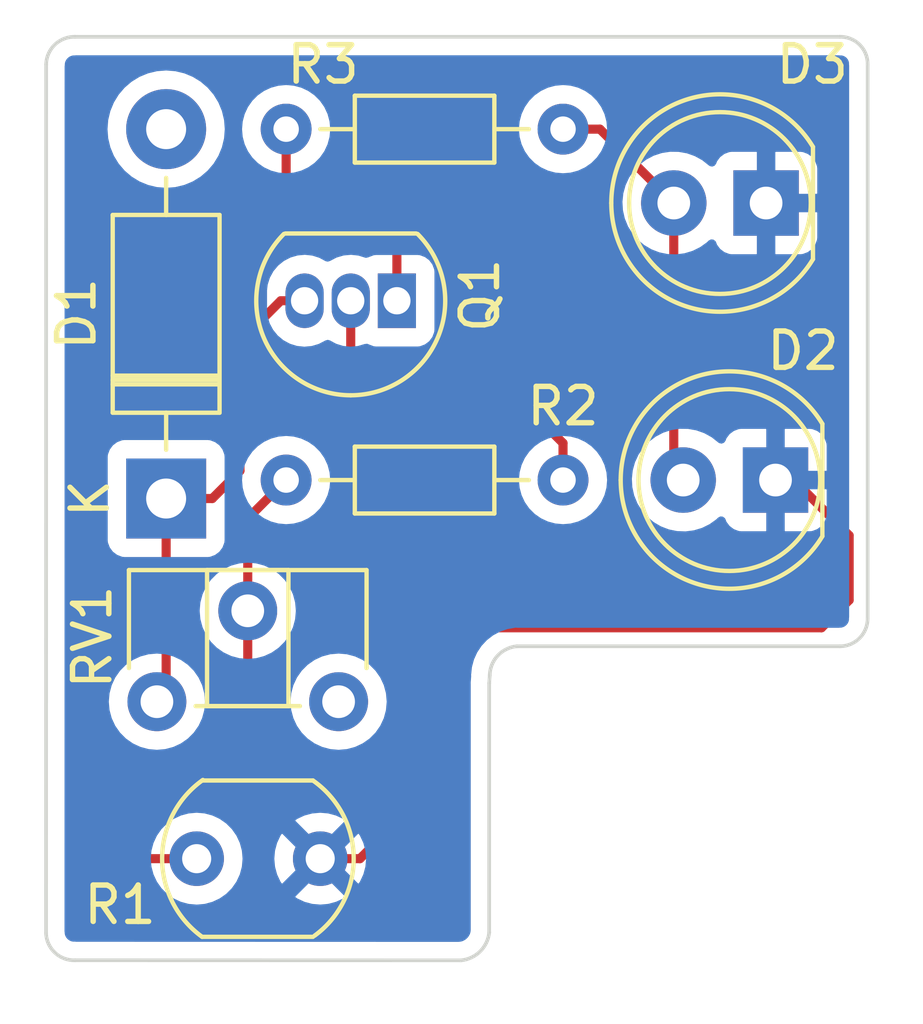
<source format=kicad_pcb>
(kicad_pcb (version 20211014) (generator pcbnew)
  (title_block (title "Automatic Night Light") (date "2022-01-10") (rev "1") (comment 1 "Akansha Nagar"))
  (layers (0 "F.Cu" signal) (31 "B.Cu" signal) (34 "B.Paste" user) (35 "F.Paste" user) (36 "B.SilkS" user "B.Silkscreen") (37 "F.SilkS" user "F.Silkscreen") (38 "B.Mask" user) (39 "F.Mask" user) (44 "Edge.Cuts" user))
  (net 0 "")
  (net 1 "Net-(Q1-Pad1)")
  (net 2 "Net-(R2-Pad1)")
  (net 3 "GND")
  (net 4 "+9V")
  (net 5 "Net-(D1-Pad1)")
  (net 6 "Net-(D2-Pad2)")
  (net 7 "Net-(Q1-Pad2)")
  (footprint "OptoDevice:R_LDR_5.1x4.3mm_P3.4mm_Vertical" (layer "F.Cu") (at 129.618 80.518)
    (fp_text reference "R1" (at -2.11 1.27) (layer "F.SilkS"))
    (fp_text value "1 M")
    (fp_line (start 0.15 2.15) (end 3.2 2.15) (layer "F.SilkS") (width 0.12))
    (fp_line (start 0.15 -2.15) (end 3.2 -2.15) (layer "F.SilkS") (width 0.12))
    (fp_arc (start 3.2 -2.15) (mid 4.321403 -0.027338) (end 3.244513 2.118249) (layer "F.SilkS") (width 0.12))
    (fp_arc (start 0.15 2.15) (mid -0.950438 -0.013368) (end 0.171766 -2.165525) (layer "F.SilkS") (width 0.12))
    (pad "1" thru_hole circle locked (at 0 0) (size 1.5 1.5) (drill 0.8) (layers *.Cu *.Mask) (net 2 "Net-(R2-Pad1)"))
    (pad "2" thru_hole circle locked (at 3.4 0) (size 1.5 1.5) (drill 0.8) (layers *.Cu *.Mask) (net 3 "GND"))
  )
  (footprint "LED_THT:LED_D5.0mm" (layer "F.Cu") (at 145.288 62.484 180)
    (fp_text reference "D3" (at -1.27 3.81) (layer "F.SilkS"))
    (fp_text value "LED")
    (fp_line (start -1.29 -1.545) (end -1.29 1.545) (layer "F.SilkS") (width 0.12))
    (fp_arc (start 4.26 -0.000462) (mid 2.072002 2.880433) (end -1.29 1.54483) (layer "F.SilkS") (width 0.12))
    (fp_arc (start -1.29 -1.54483) (mid 2.072002 -2.880433) (end 4.26 0.000462) (layer "F.SilkS") (width 0.12))
    (fp_circle (center 1.27 0) (end 3.77 0) (layer "F.SilkS") (width 0.12) (fill none))
    (pad "1" thru_hole rect locked (at 0 0 180) (size 1.8 1.8) (drill 0.9) (layers *.Cu *.Mask) (net 3 "GND"))
    (pad "2" thru_hole circle locked (at 2.54 0 180) (size 1.8 1.8) (drill 0.9) (layers *.Cu *.Mask) (net 6 "Net-(D2-Pad2)"))
  )
  (footprint "Package_TO_SOT_THT:TO-92_Inline" (layer "F.Cu") (at 135.128 65.172 180)
    (fp_text reference "Q1" (at -2.286 0.148 90) (layer "F.SilkS"))
    (fp_text value "2N3904")
    (fp_line (start -0.53 1.85) (end 3.07 1.85) (layer "F.SilkS") (width 0.12))
    (fp_arc (start -0.568478 1.838478) (mid -1.132087 -0.994977) (end 1.27 -2.6) (layer "F.SilkS") (width 0.12))
    (fp_arc (start 1.27 -2.6) (mid 3.672087 -0.994977) (end 3.108478 1.838478) (layer "F.SilkS") (width 0.12))
    (pad "1" thru_hole rect locked (at 0 0 180) (size 1.05 1.5) (drill 0.75) (layers *.Cu *.Mask) (net 1 "Net-(Q1-Pad1)"))
    (pad "2" thru_hole oval locked (at 1.27 0 180) (size 1.05 1.5) (drill 0.75) (layers *.Cu *.Mask) (net 7 "Net-(Q1-Pad2)"))
    (pad "3" thru_hole oval locked (at 2.54 0 180) (size 1.05 1.5) (drill 0.75) (layers *.Cu *.Mask) (net 5 "Net-(D1-Pad1)"))
  )
  (footprint "LED_THT:LED_D5.0mm" (layer "F.Cu") (at 145.547 70.104 180)
    (fp_text reference "D2" (at -0.757 3.556) (layer "F.SilkS"))
    (fp_text value "LED")
    (fp_line (start -1.29 -1.545) (end -1.29 1.545) (layer "F.SilkS") (width 0.12))
    (fp_arc (start 4.26 -0.000462) (mid 2.072002 2.880433) (end -1.29 1.54483) (layer "F.SilkS") (width 0.12))
    (fp_arc (start -1.29 -1.54483) (mid 2.072002 -2.880433) (end 4.26 0.000462) (layer "F.SilkS") (width 0.12))
    (fp_circle (center 1.27 0) (end 3.77 0) (layer "F.SilkS") (width 0.12) (fill none))
    (pad "1" thru_hole rect locked (at 0 0 180) (size 1.8 1.8) (drill 0.9) (layers *.Cu *.Mask) (net 3 "GND"))
    (pad "2" thru_hole circle locked (at 2.54 0 180) (size 1.8 1.8) (drill 0.9) (layers *.Cu *.Mask) (net 6 "Net-(D2-Pad2)"))
  )
  (footprint "Resistor_THT:R_Axial_DIN0204_L3.6mm_D1.6mm_P7.62mm_Horizontal" (layer "F.Cu") (at 132.08 70.104)
    (fp_text reference "R2" (at 7.62 -2.032) (layer "F.SilkS"))
    (fp_text value "22k")
    (fp_line (start 1.89 0.92) (end 5.73 0.92) (layer "F.SilkS") (width 0.12))
    (fp_line (start 6.68 0) (end 5.73 0) (layer "F.SilkS") (width 0.12))
    (fp_line (start 5.73 0.92) (end 5.73 -0.92) (layer "F.SilkS") (width 0.12))
    (fp_line (start 0.94 0) (end 1.89 0) (layer "F.SilkS") (width 0.12))
    (fp_line (start 1.89 -0.92) (end 1.89 0.92) (layer "F.SilkS") (width 0.12))
    (fp_line (start 5.73 -0.92) (end 1.89 -0.92) (layer "F.SilkS") (width 0.12))
    (pad "1" thru_hole circle locked (at 0 0) (size 1.4 1.4) (drill 0.7) (layers *.Cu *.Mask) (net 2 "Net-(R2-Pad1)"))
    (pad "2" thru_hole oval locked (at 7.62 0) (size 1.4 1.4) (drill 0.7) (layers *.Cu *.Mask) (net 7 "Net-(Q1-Pad2)"))
  )
  (footprint "Potentiometer_THT:Potentiometer_ACP_CA6-H2,5_Horizontal" (layer "F.Cu") (at 128.524 76.2 90)
    (fp_text reference "RV1" (at 1.778 -1.778 90) (layer "F.SilkS"))
    (fp_text value "100k")
    (fp_line (start -0.121 1.38) (end 3.62 1.38) (layer "F.SilkS") (width 0.12))
    (fp_line (start -0.121 1.066) (end -0.121 3.935) (layer "F.SilkS") (width 0.12))
    (fp_line (start -0.121 3.62) (end 3.62 3.62) (layer "F.SilkS") (width 0.12))
    (fp_line (start 3.62 1.38) (end 3.62 3.62) (layer "F.SilkS") (width 0.12))
    (fp_line (start 0.925 5.77) (end 3.62 5.77) (layer "F.SilkS") (width 0.12))
    (fp_line (start -0.121 1.38) (end -0.121 3.62) (layer "F.SilkS") (width 0.12))
    (fp_line (start 0.925 -0.77) (end 3.62 -0.77) (layer "F.SilkS") (width 0.12))
    (fp_line (start 3.62 -0.77) (end 3.62 5.77) (layer "F.SilkS") (width 0.12))
    (pad "1" thru_hole circle locked (at 0 0 90) (size 1.62 1.62) (drill 0.9) (layers *.Cu *.Mask) (net 5 "Net-(D1-Pad1)"))
    (pad "2" thru_hole circle locked (at 2.5 2.5 90) (size 1.62 1.62) (drill 0.9) (layers *.Cu *.Mask) (net 2 "Net-(R2-Pad1)"))
    (pad "3" thru_hole circle locked (at 0 5 90) (size 1.62 1.62) (drill 0.9) (layers *.Cu *.Mask))
  )
  (footprint "Resistor_THT:R_Axial_DIN0204_L3.6mm_D1.6mm_P7.62mm_Horizontal" (layer "F.Cu") (at 132.08 60.452)
    (fp_text reference "R3" (at 1.016 -1.778) (layer "F.SilkS"))
    (fp_text value "470")
    (fp_line (start 1.89 -0.92) (end 1.89 0.92) (layer "F.SilkS") (width 0.12))
    (fp_line (start 1.89 0.92) (end 5.73 0.92) (layer "F.SilkS") (width 0.12))
    (fp_line (start 5.73 -0.92) (end 1.89 -0.92) (layer "F.SilkS") (width 0.12))
    (fp_line (start 0.94 0) (end 1.89 0) (layer "F.SilkS") (width 0.12))
    (fp_line (start 6.68 0) (end 5.73 0) (layer "F.SilkS") (width 0.12))
    (fp_line (start 5.73 0.92) (end 5.73 -0.92) (layer "F.SilkS") (width 0.12))
    (pad "1" thru_hole circle locked (at 0 0) (size 1.4 1.4) (drill 0.7) (layers *.Cu *.Mask) (net 1 "Net-(Q1-Pad1)"))
    (pad "2" thru_hole oval locked (at 7.62 0) (size 1.4 1.4) (drill 0.7) (layers *.Cu *.Mask) (net 6 "Net-(D2-Pad2)"))
  )
  (footprint "Diode_THT:D_DO-41_SOD81_P10.16mm_Horizontal" (layer "F.Cu") (at 128.778 70.612 90)
    (fp_text reference "D1" (at 5.08 -2.47 90) (layer "F.SilkS"))
    (fp_text value "1N4001")
    (fp_text user "K" (at 0 -2.1 90) (layer "F.SilkS"))
    (fp_line (start 8.82 0) (end 7.8 0) (layer "F.SilkS") (width 0.12))
    (fp_line (start 2.36 1.47) (end 7.8 1.47) (layer "F.SilkS") (width 0.12))
    (fp_line (start 3.38 -1.47) (end 3.38 1.47) (layer "F.SilkS") (width 0.12))
    (fp_line (start 7.8 1.47) (end 7.8 -1.47) (layer "F.SilkS") (width 0.12))
    (fp_line (start 2.36 -1.47) (end 2.36 1.47) (layer "F.SilkS") (width 0.12))
    (fp_line (start 3.26 -1.47) (end 3.26 1.47) (layer "F.SilkS") (width 0.12))
    (fp_line (start 1.34 0) (end 2.36 0) (layer "F.SilkS") (width 0.12))
    (fp_line (start 3.14 -1.47) (end 3.14 1.47) (layer "F.SilkS") (width 0.12))
    (fp_line (start 7.8 -1.47) (end 2.36 -1.47) (layer "F.SilkS") (width 0.12))
    (pad "1" thru_hole rect locked (at 0 0 90) (size 2.2 2.2) (drill 1.1) (layers *.Cu *.Mask) (net 5 "Net-(D1-Pad1)"))
    (pad "2" thru_hole oval locked (at 10.16 0 90) (size 2.2 2.2) (drill 1.1) (layers *.Cu *.Mask) (net 4 "+9V"))
  )
  (gr_line locked (start 137.668 82.55) (end 137.668 75.692) (layer "Edge.Cuts") (width 0.1))
  (gr_arc (start 137.683408 75.475197) (mid 137.903713 74.932678) (end 138.43 74.676) (layer "Edge.Cuts") (width 0.1))
  (gr_line locked (start 125.473381 82.565408) (end 125.476 58.674) (layer "Edge.Cuts") (width 0.1))
  (gr_line locked (start 147.32 74.676) (end 138.43 74.676) (layer "Edge.Cuts") (width 0.1))
  (gr_arc locked (start 148.082 73.914) (mid 147.858815 74.452815) (end 147.32 74.676) (layer "Edge.Cuts") (width 0.1))
  (gr_arc locked (start 126.272578 83.312) (mid 125.718356 83.104223) (end 125.473381 82.565408) (layer "Edge.Cuts") (width 0.1))
  (gr_arc (start 137.668 82.55) (mid 137.414648 83.071947) (end 136.88765 83.314619) (layer "Edge.Cuts") (width 0.1))
  (gr_arc locked (start 147.32 57.912) (mid 147.863313 58.130686) (end 148.082 58.674) (layer "Edge.Cuts") (width 0.1))
  (gr_line (start 137.683408 75.475197) (end 137.668 75.692) (layer "Edge.Cuts") (width 0.1))
  (gr_arc locked (start 125.476 58.674) (mid 125.714592 58.128803) (end 126.268815 57.912) (layer "Edge.Cuts") (width 0.1))
  (gr_line (start 136.88765 83.314619) (end 126.272578 83.312) (layer "Edge.Cuts") (width 0.1))
  (gr_line locked (start 148.082 58.674) (end 148.082 73.914) (layer "Edge.Cuts") (width 0.1))
  (gr_line (start 126.268815 57.912) (end 147.32 57.912) (layer "Edge.Cuts") (width 0.1))
  (segment (start 135.128 62.738) (end 135.128 65.172) (width 0.25) (layer "F.Cu") (net 1))
  (segment (start 132.08 60.452) (end 132.08 61.722) (width 0.25) (layer "F.Cu") (net 1))
  (segment (start 134.62 62.23) (end 135.128 62.738) (width 0.25) (layer "F.Cu") (net 1))
  (segment (start 132.08 61.722) (end 132.588 62.23) (width 0.25) (layer "F.Cu") (net 1))
  (segment (start 132.588 62.23) (end 134.62 62.23) (width 0.25) (layer "F.Cu") (net 1))
  (segment (start 131.024 71.16) (end 132.08 70.104) (width 0.25) (layer "F.Cu") (net 2))
  (segment (start 131.024 76.24) (end 129.286 77.978) (width 0.25) (layer "F.Cu") (net 2))
  (segment (start 128.27 77.978) (end 128.016 78.232) (width 0.25) (layer "F.Cu") (net 2))
  (segment (start 128.27 80.518) (end 129.618 80.518) (width 0.25) (layer "F.Cu") (net 2))
  (segment (start 128.016 78.232) (end 128.016 80.264) (width 0.25) (layer "F.Cu") (net 2))
  (segment (start 131.024 73.7) (end 131.024 76.24) (width 0.25) (layer "F.Cu") (net 2))
  (segment (start 129.286 77.978) (end 128.27 77.978) (width 0.25) (layer "F.Cu") (net 2))
  (segment (start 128.016 80.264) (end 128.27 80.518) (width 0.25) (layer "F.Cu") (net 2))
  (segment (start 131.024 73.7) (end 131.024 71.16) (width 0.25) (layer "F.Cu") (net 2))
  (segment (start 147.574 73.406) (end 147.574 71.628) (width 0.25) (layer "F.Cu") (net 3))
  (segment (start 146.812 74.168) (end 147.574 73.406) (width 0.25) (layer "F.Cu") (net 3))
  (segment (start 133.018 80.518) (end 134.112 80.518) (width 0.25) (layer "F.Cu") (net 3))
  (segment (start 146.05 70.104) (end 145.547 70.104) (width 0.25) (layer "F.Cu") (net 3))
  (segment (start 136.144 74.93) (end 136.906 74.168) (width 0.25) (layer "F.Cu") (net 3))
  (segment (start 136.906 74.168) (end 146.812 74.168) (width 0.25) (layer "F.Cu") (net 3))
  (segment (start 134.112 80.518) (end 136.144 78.486) (width 0.25) (layer "F.Cu") (net 3))
  (segment (start 147.574 71.628) (end 146.05 70.104) (width 0.25) (layer "F.Cu") (net 3))
  (segment (start 136.144 78.486) (end 136.144 74.93) (width 0.25) (layer "F.Cu") (net 3))
  (segment (start 128.778 70.612) (end 130.048 70.612) (width 0.25) (layer "F.Cu") (net 5))
  (segment (start 130.81 69.85) (end 130.81 66.294) (width 0.25) (layer "F.Cu") (net 5))
  (segment (start 128.778 75.946) (end 128.524 76.2) (width 0.25) (layer "F.Cu") (net 5))
  (segment (start 131.932 65.172) (end 132.588 65.172) (width 0.25) (layer "F.Cu") (net 5))
  (segment (start 130.81 66.294) (end 131.932 65.172) (width 0.25) (layer "F.Cu") (net 5))
  (segment (start 130.048 70.612) (end 130.81 69.85) (width 0.25) (layer "F.Cu") (net 5))
  (segment (start 128.778 70.612) (end 128.778 75.946) (width 0.25) (layer "F.Cu") (net 5))
  (segment (start 142.748 62.484) (end 142.748 69.845) (width 0.25) (layer "F.Cu") (net 6))
  (segment (start 142.748 69.845) (end 143.007 70.104) (width 0.25) (layer "F.Cu") (net 6))
  (segment (start 140.716 60.452) (end 139.7 60.452) (width 0.25) (layer "F.Cu") (net 6))
  (segment (start 142.748 62.484) (end 140.716 60.452) (width 0.25) (layer "F.Cu") (net 6))
  (segment (start 139.7 70.104) (end 139.7 69.088) (width 0.25) (layer "F.Cu") (net 7))
  (segment (start 133.858 67.818) (end 133.858 65.172) (width 0.25) (layer "F.Cu") (net 7))
  (segment (start 139.192 68.58) (end 134.62 68.58) (width 0.25) (layer "F.Cu") (net 7))
  (segment (start 139.7 69.088) (end 139.192 68.58) (width 0.25) (layer "F.Cu") (net 7))
  (segment (start 134.62 68.58) (end 133.858 67.818) (width 0.25) (layer "F.Cu") (net 7))
  (zone (net 3) (net_name "GND") (layer "B.Cu") (connect_pads (clearance 0.508)) (min_thickness 0.254) (fill yes (thermal_gap 0.508) (thermal_bridge_width 0.508))
    (polygon (pts (xy 149.606 75.692) (xy 138.938 75.692) (xy 138.938 85.09) (xy 124.206 85.09) (xy 124.206627 56.91946) (xy 149.606798 56.899582)))
  )
)
</source>
